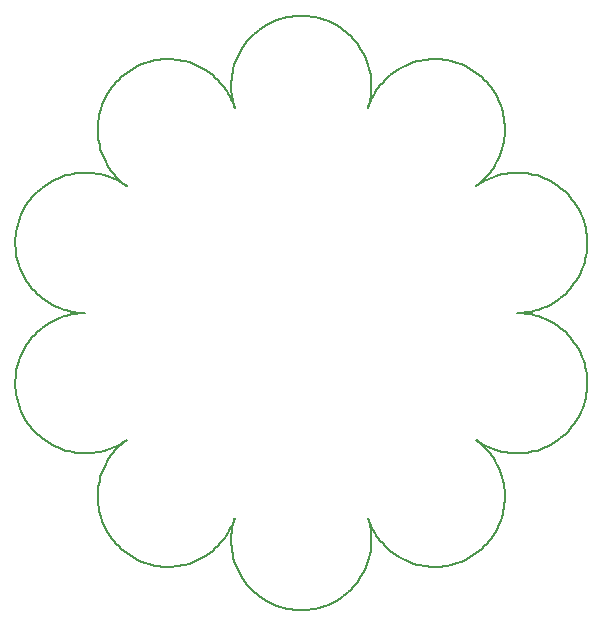
<source format=gbr>
%TF.GenerationSoftware,KiCad,Pcbnew,9.0.6*%
%TF.CreationDate,2026-01-03T20:51:41-08:00*%
%TF.ProjectId,Chaser,43686173-6572-42e6-9b69-6361645f7063,rev?*%
%TF.SameCoordinates,Original*%
%TF.FileFunction,Profile,NP*%
%FSLAX46Y46*%
G04 Gerber Fmt 4.6, Leading zero omitted, Abs format (unit mm)*
G04 Created by KiCad (PCBNEW 9.0.6) date 2026-01-03 20:51:41*
%MOMM*%
%LPD*%
G01*
G04 APERTURE LIST*
%TA.AperFunction,Profile*%
%ADD10C,0.158749*%
%TD*%
G04 APERTURE END LIST*
D10*
X214405415Y-27450146D02*
X214706845Y-27473098D01*
X215003913Y-27510894D01*
X215296245Y-27563160D01*
X215583466Y-27629521D01*
X215865204Y-27709602D01*
X216141082Y-27803030D01*
X216410726Y-27909430D01*
X216673763Y-28028428D01*
X216929818Y-28159650D01*
X217178517Y-28302721D01*
X217419485Y-28457266D01*
X217652347Y-28622912D01*
X217876730Y-28799284D01*
X218092259Y-28986008D01*
X218298559Y-29182710D01*
X218495257Y-29389014D01*
X218681978Y-29604547D01*
X218858348Y-29828935D01*
X219023991Y-30061803D01*
X219178535Y-30302777D01*
X219321604Y-30551482D01*
X219452824Y-30807544D01*
X219571821Y-31070589D01*
X219678221Y-31340243D01*
X219771648Y-31616130D01*
X219851729Y-31897878D01*
X219918090Y-32185110D01*
X219970355Y-32477454D01*
X220008151Y-32774535D01*
X220031103Y-33075978D01*
X220038837Y-33381409D01*
X220034527Y-33607588D01*
X220021625Y-33833174D01*
X220000169Y-34057930D01*
X219970198Y-34281621D01*
X219931751Y-34504009D01*
X219884869Y-34724858D01*
X219829588Y-34943932D01*
X219765950Y-35160995D01*
X219748166Y-35216558D01*
X219824679Y-34995953D01*
X219909713Y-34778763D01*
X220003141Y-34565230D01*
X220104837Y-34355598D01*
X220214674Y-34150110D01*
X220332525Y-33949012D01*
X220458264Y-33752545D01*
X220591765Y-33560955D01*
X220777541Y-33318411D01*
X220973286Y-33088038D01*
X221178476Y-32869919D01*
X221392590Y-32664137D01*
X221615102Y-32470775D01*
X221845492Y-32289915D01*
X222083235Y-32121640D01*
X222327810Y-31966034D01*
X222578692Y-31823178D01*
X222835359Y-31693156D01*
X223097289Y-31576051D01*
X223363958Y-31471944D01*
X223634843Y-31380920D01*
X223909421Y-31303060D01*
X224187170Y-31238448D01*
X224467566Y-31187167D01*
X224750086Y-31149298D01*
X225034209Y-31124925D01*
X225319410Y-31114131D01*
X225605166Y-31116999D01*
X225890956Y-31133611D01*
X226176255Y-31164050D01*
X226460542Y-31208399D01*
X226743292Y-31266740D01*
X227023984Y-31339157D01*
X227302093Y-31425732D01*
X227577098Y-31526548D01*
X227848475Y-31641688D01*
X228115702Y-31771234D01*
X228378255Y-31915270D01*
X228635611Y-32073878D01*
X228887248Y-32247141D01*
X229129792Y-32432918D01*
X229360165Y-32628662D01*
X229578284Y-32833853D01*
X229784065Y-33047966D01*
X229977427Y-33270479D01*
X230158287Y-33500869D01*
X230326561Y-33738612D01*
X230482167Y-33983186D01*
X230625023Y-34234069D01*
X230755044Y-34490736D01*
X230872150Y-34752666D01*
X230976256Y-35019334D01*
X231067280Y-35290220D01*
X231145140Y-35564798D01*
X231209752Y-35842547D01*
X231261033Y-36122943D01*
X231298902Y-36405463D01*
X231323274Y-36689586D01*
X231334068Y-36974787D01*
X231331201Y-37260543D01*
X231314589Y-37546333D01*
X231284150Y-37831632D01*
X231239801Y-38115918D01*
X231181460Y-38398669D01*
X231109043Y-38679360D01*
X231022469Y-38957469D01*
X230921653Y-39232474D01*
X230806513Y-39503851D01*
X230676967Y-39771077D01*
X230532932Y-40033630D01*
X230374324Y-40290986D01*
X230201062Y-40542622D01*
X230131492Y-40636441D01*
X230060138Y-40728811D01*
X229987024Y-40819708D01*
X229912173Y-40909108D01*
X229835610Y-40996987D01*
X229757358Y-41083322D01*
X229677442Y-41168088D01*
X229595885Y-41251261D01*
X229512712Y-41332818D01*
X229427946Y-41412734D01*
X229341612Y-41490985D01*
X229253733Y-41567548D01*
X229164333Y-41642399D01*
X229073436Y-41715513D01*
X228981067Y-41786867D01*
X228887248Y-41856436D01*
X228982416Y-41788726D01*
X229078831Y-41722943D01*
X229176462Y-41659102D01*
X229275280Y-41597220D01*
X229375256Y-41537310D01*
X229476358Y-41479388D01*
X229578559Y-41423470D01*
X229681828Y-41369569D01*
X229786134Y-41317702D01*
X229891449Y-41267884D01*
X229997742Y-41220129D01*
X230104985Y-41174453D01*
X230213146Y-41130870D01*
X230322197Y-41089397D01*
X230432107Y-41050047D01*
X230542847Y-41012837D01*
X230835699Y-40925818D01*
X231129463Y-40854504D01*
X231423666Y-40798656D01*
X231717837Y-40758032D01*
X232011504Y-40732393D01*
X232304195Y-40721498D01*
X232595439Y-40725107D01*
X232884764Y-40742978D01*
X233171697Y-40774873D01*
X233455768Y-40820550D01*
X233736504Y-40879769D01*
X234013434Y-40952290D01*
X234286086Y-41037872D01*
X234553987Y-41136275D01*
X234816667Y-41247259D01*
X235073654Y-41370582D01*
X235324476Y-41506006D01*
X235568660Y-41653288D01*
X235805736Y-41812190D01*
X236035231Y-41982470D01*
X236256674Y-42163889D01*
X236469592Y-42356205D01*
X236673515Y-42559178D01*
X236867971Y-42772569D01*
X237052486Y-42996136D01*
X237226591Y-43229639D01*
X237389813Y-43472838D01*
X237541680Y-43725493D01*
X237681721Y-43987362D01*
X237809463Y-44258207D01*
X237924435Y-44537785D01*
X238026166Y-44825858D01*
X238113199Y-45118723D01*
X238184526Y-45412500D01*
X238240387Y-45706715D01*
X238281023Y-46000898D01*
X238306672Y-46294575D01*
X238317577Y-46587276D01*
X238313978Y-46878529D01*
X238296114Y-47167862D01*
X238264227Y-47454803D01*
X238218556Y-47738881D01*
X238159342Y-48019624D01*
X238086825Y-48296559D01*
X238001246Y-48569216D01*
X237902846Y-48837123D01*
X237791864Y-49099807D01*
X237668541Y-49356798D01*
X237533117Y-49607623D01*
X237385833Y-49851810D01*
X237226929Y-50088888D01*
X237056646Y-50318386D01*
X236875223Y-50539831D01*
X236682902Y-50752751D01*
X236479922Y-50956676D01*
X236266525Y-51151132D01*
X236042950Y-51335649D01*
X235809438Y-51509755D01*
X235566229Y-51672977D01*
X235313563Y-51824845D01*
X235051682Y-51964886D01*
X234780825Y-52092629D01*
X234501232Y-52207601D01*
X234213145Y-52309332D01*
X233996745Y-52375122D01*
X233778236Y-52432566D01*
X233557859Y-52481623D01*
X233335856Y-52522254D01*
X233112468Y-52554416D01*
X232887939Y-52578068D01*
X232662508Y-52593171D01*
X232436418Y-52599683D01*
X232377998Y-52599998D01*
X232611487Y-52604590D01*
X232844338Y-52618337D01*
X233076284Y-52641196D01*
X233307061Y-52673124D01*
X233536402Y-52714079D01*
X233764040Y-52764016D01*
X233989710Y-52822894D01*
X234213145Y-52890669D01*
X234501232Y-52992400D01*
X234780825Y-53107372D01*
X235051682Y-53235115D01*
X235313563Y-53375155D01*
X235566229Y-53527023D01*
X235809438Y-53690245D01*
X236042950Y-53864351D01*
X236266525Y-54048868D01*
X236479922Y-54243324D01*
X236682902Y-54447248D01*
X236875223Y-54660169D01*
X237056646Y-54881614D01*
X237226929Y-55111111D01*
X237385833Y-55348190D01*
X237533117Y-55592377D01*
X237668541Y-55843203D01*
X237791864Y-56100193D01*
X237902846Y-56362878D01*
X238001246Y-56630785D01*
X238086825Y-56903442D01*
X238159342Y-57180378D01*
X238218556Y-57461121D01*
X238264227Y-57745199D01*
X238296114Y-58032141D01*
X238313978Y-58321474D01*
X238317577Y-58612727D01*
X238306672Y-58905429D01*
X238281023Y-59199107D01*
X238240387Y-59493289D01*
X238184526Y-59787505D01*
X238113199Y-60081282D01*
X238026166Y-60374149D01*
X237924435Y-60662220D01*
X237809463Y-60941798D01*
X237681721Y-61212642D01*
X237541680Y-61474511D01*
X237389813Y-61727165D01*
X237226591Y-61970364D01*
X237052486Y-62203866D01*
X236867971Y-62427433D01*
X236673515Y-62640823D01*
X236469592Y-62843796D01*
X236256674Y-63036112D01*
X236035231Y-63217530D01*
X235805736Y-63387810D01*
X235568660Y-63546712D01*
X235324476Y-63693994D01*
X235073654Y-63829417D01*
X234816667Y-63952741D01*
X234553987Y-64063724D01*
X234286086Y-64162127D01*
X234013434Y-64247709D01*
X233736504Y-64320230D01*
X233455768Y-64379449D01*
X233171697Y-64425125D01*
X232884764Y-64457020D01*
X232595439Y-64474892D01*
X232304195Y-64478500D01*
X232011504Y-64467605D01*
X231717837Y-64441965D01*
X231423666Y-64401341D01*
X231129463Y-64345493D01*
X230835699Y-64274179D01*
X230542847Y-64187160D01*
X230329054Y-64113129D01*
X230118473Y-64031124D01*
X229911322Y-63941254D01*
X229707822Y-63843627D01*
X229508191Y-63738350D01*
X229312649Y-63625530D01*
X229121415Y-63505276D01*
X228934709Y-63377696D01*
X228887248Y-63343565D01*
X228981067Y-63413135D01*
X229073436Y-63484489D01*
X229164333Y-63557603D01*
X229253733Y-63632454D01*
X229341612Y-63709017D01*
X229427946Y-63787268D01*
X229512712Y-63867184D01*
X229595885Y-63948740D01*
X229677442Y-64031913D01*
X229757358Y-64116679D01*
X229835610Y-64203014D01*
X229912173Y-64290893D01*
X229987024Y-64380293D01*
X230060138Y-64471190D01*
X230131492Y-64563560D01*
X230201062Y-64657379D01*
X230374324Y-64909016D01*
X230532932Y-65166372D01*
X230676967Y-65428925D01*
X230806513Y-65696151D01*
X230921653Y-65967528D01*
X231022469Y-66242532D01*
X231109043Y-66520642D01*
X231181460Y-66801333D01*
X231239801Y-67084084D01*
X231284150Y-67368370D01*
X231314589Y-67653669D01*
X231331201Y-67939459D01*
X231334068Y-68225216D01*
X231323274Y-68510417D01*
X231298902Y-68794539D01*
X231261033Y-69077060D01*
X231209752Y-69357456D01*
X231145140Y-69635205D01*
X231067280Y-69909783D01*
X230976256Y-70180668D01*
X230872150Y-70447337D01*
X230755044Y-70709267D01*
X230625023Y-70965934D01*
X230482167Y-71216817D01*
X230326561Y-71461391D01*
X230158287Y-71699135D01*
X229977427Y-71929525D01*
X229784065Y-72152038D01*
X229578284Y-72366151D01*
X229360165Y-72571341D01*
X229129792Y-72767086D01*
X228887248Y-72952862D01*
X228635611Y-73126125D01*
X228378255Y-73284732D01*
X228115702Y-73428768D01*
X227848475Y-73558314D01*
X227577098Y-73673453D01*
X227302093Y-73774269D01*
X227023984Y-73860844D01*
X226743292Y-73933260D01*
X226460542Y-73991602D01*
X226176255Y-74035950D01*
X225890956Y-74066389D01*
X225605166Y-74083001D01*
X225319410Y-74085868D01*
X225034209Y-74075074D01*
X224750086Y-74050702D01*
X224467566Y-74012833D01*
X224187170Y-73961551D01*
X223909421Y-73896939D01*
X223634843Y-73819080D01*
X223363958Y-73728055D01*
X223097289Y-73623949D01*
X222835359Y-73506844D01*
X222578692Y-73376822D01*
X222327810Y-73233966D01*
X222083235Y-73078359D01*
X221845492Y-72910085D01*
X221615102Y-72729225D01*
X221392590Y-72535863D01*
X221178476Y-72330081D01*
X220973286Y-72111962D01*
X220777541Y-71881589D01*
X220591765Y-71639044D01*
X220526137Y-71546861D01*
X220462318Y-71453508D01*
X220400320Y-71359010D01*
X220340157Y-71263396D01*
X220281846Y-71166693D01*
X220225398Y-71068927D01*
X220170829Y-70970127D01*
X220118153Y-70870319D01*
X220067383Y-70769531D01*
X220018535Y-70667790D01*
X219971622Y-70565122D01*
X219926658Y-70461556D01*
X219883658Y-70357118D01*
X219842636Y-70251837D01*
X219803606Y-70145738D01*
X219766582Y-70038849D01*
X219748166Y-69983446D01*
X219815942Y-70206886D01*
X219874821Y-70432571D01*
X219924758Y-70660228D01*
X219965712Y-70889587D01*
X219997640Y-71120374D01*
X220020498Y-71352319D01*
X220034245Y-71585149D01*
X220038837Y-71818593D01*
X220031103Y-72124024D01*
X220008151Y-72425466D01*
X219970355Y-72722547D01*
X219918090Y-73014890D01*
X219851729Y-73302123D01*
X219771648Y-73583870D01*
X219678221Y-73859757D01*
X219571821Y-74129411D01*
X219452824Y-74392456D01*
X219321604Y-74648518D01*
X219178535Y-74897223D01*
X219023991Y-75138197D01*
X218858348Y-75371064D01*
X218681978Y-75595452D01*
X218495257Y-75810985D01*
X218298559Y-76017290D01*
X218092259Y-76213991D01*
X217876730Y-76400715D01*
X217652347Y-76577087D01*
X217419485Y-76742733D01*
X217178517Y-76897279D01*
X216929818Y-77040349D01*
X216673763Y-77171571D01*
X216410726Y-77290569D01*
X216141082Y-77396969D01*
X215865204Y-77490397D01*
X215583466Y-77570479D01*
X215296245Y-77636839D01*
X215003913Y-77689105D01*
X214706845Y-77726901D01*
X214405415Y-77749853D01*
X214099998Y-77757587D01*
X213794582Y-77749853D01*
X213493152Y-77726901D01*
X213196084Y-77689105D01*
X212903752Y-77636839D01*
X212616531Y-77570479D01*
X212334794Y-77490397D01*
X212058916Y-77396969D01*
X211789271Y-77290569D01*
X211526234Y-77171571D01*
X211270179Y-77040349D01*
X211021481Y-76897279D01*
X210780514Y-76742733D01*
X210547652Y-76577087D01*
X210323269Y-76400715D01*
X210107740Y-76213991D01*
X209901440Y-76017290D01*
X209704742Y-75810985D01*
X209518021Y-75595452D01*
X209341652Y-75371064D01*
X209176009Y-75138197D01*
X209021465Y-74897223D01*
X208878396Y-74648518D01*
X208747176Y-74392456D01*
X208628179Y-74129411D01*
X208521780Y-73859757D01*
X208428353Y-73583870D01*
X208348272Y-73302123D01*
X208281912Y-73014890D01*
X208229646Y-72722547D01*
X208191851Y-72425466D01*
X208168899Y-72124024D01*
X208161165Y-71818593D01*
X208165474Y-71592414D01*
X208178377Y-71366828D01*
X208199833Y-71142072D01*
X208229804Y-70918382D01*
X208268250Y-70695994D01*
X208315133Y-70475145D01*
X208370413Y-70256069D01*
X208434051Y-70039004D01*
X208451831Y-69983446D01*
X208375319Y-70204048D01*
X208290286Y-70421238D01*
X208196859Y-70634771D01*
X208095164Y-70844403D01*
X207985328Y-71049890D01*
X207867477Y-71250989D01*
X207741737Y-71447455D01*
X207608237Y-71639044D01*
X207422460Y-71881589D01*
X207226715Y-72111962D01*
X207021525Y-72330081D01*
X206807412Y-72535863D01*
X206584899Y-72729225D01*
X206354509Y-72910085D01*
X206116766Y-73078359D01*
X205872191Y-73233966D01*
X205621309Y-73376822D01*
X205364642Y-73506844D01*
X205102712Y-73623949D01*
X204836043Y-73728055D01*
X204565159Y-73819080D01*
X204290580Y-73896939D01*
X204012832Y-73961551D01*
X203732435Y-74012833D01*
X203449915Y-74050702D01*
X203165793Y-74075074D01*
X202880592Y-74085868D01*
X202594835Y-74083001D01*
X202309046Y-74066389D01*
X202023747Y-74035950D01*
X201739460Y-73991602D01*
X201456710Y-73933260D01*
X201176019Y-73860844D01*
X200897910Y-73774269D01*
X200622905Y-73673453D01*
X200351529Y-73558314D01*
X200084303Y-73428768D01*
X199821750Y-73284732D01*
X199564394Y-73126125D01*
X199312758Y-72952862D01*
X199070213Y-72767086D01*
X198839840Y-72571341D01*
X198621721Y-72366151D01*
X198415938Y-72152038D01*
X198222576Y-71929525D01*
X198041716Y-71699135D01*
X197873441Y-71461391D01*
X197717835Y-71216817D01*
X197574979Y-70965934D01*
X197444957Y-70709267D01*
X197327851Y-70447337D01*
X197223745Y-70180668D01*
X197132721Y-69909783D01*
X197054861Y-69635205D01*
X196990249Y-69357456D01*
X196938967Y-69077060D01*
X196901099Y-68794539D01*
X196876726Y-68510417D01*
X196865932Y-68225216D01*
X196868800Y-67939459D01*
X196885412Y-67653669D01*
X196915851Y-67368370D01*
X196960200Y-67084084D01*
X197018541Y-66801333D01*
X197090958Y-66520642D01*
X197177533Y-66242532D01*
X197278349Y-65967528D01*
X197393489Y-65696151D01*
X197523035Y-65428925D01*
X197667071Y-65166372D01*
X197825679Y-64909016D01*
X197998942Y-64657379D01*
X198066313Y-64566492D01*
X198135358Y-64476961D01*
X198206058Y-64388810D01*
X198278389Y-64302060D01*
X198352330Y-64216731D01*
X198427859Y-64132847D01*
X198504956Y-64050428D01*
X198583598Y-63969496D01*
X198663763Y-63890073D01*
X198745431Y-63812180D01*
X198828578Y-63735839D01*
X198913185Y-63661072D01*
X198999229Y-63587900D01*
X199086688Y-63516345D01*
X199175541Y-63446429D01*
X199265766Y-63378172D01*
X199312758Y-63343565D01*
X199217589Y-63411276D01*
X199121173Y-63477060D01*
X199023541Y-63540900D01*
X198924722Y-63602783D01*
X198824746Y-63662692D01*
X198723642Y-63720614D01*
X198621441Y-63776532D01*
X198518173Y-63830432D01*
X198413866Y-63882299D01*
X198308550Y-63932117D01*
X198202257Y-63979872D01*
X198095014Y-64025547D01*
X197986853Y-64069129D01*
X197877802Y-64110602D01*
X197767892Y-64149950D01*
X197657152Y-64187160D01*
X197364301Y-64274179D01*
X197070537Y-64345493D01*
X196776335Y-64401341D01*
X196482164Y-64441965D01*
X196188497Y-64467605D01*
X195895806Y-64478500D01*
X195604562Y-64474892D01*
X195315238Y-64457020D01*
X195028305Y-64425125D01*
X194744234Y-64379449D01*
X194463498Y-64320230D01*
X194186569Y-64247709D01*
X193913917Y-64162127D01*
X193646015Y-64063724D01*
X193383335Y-63952741D01*
X193126349Y-63829417D01*
X192875527Y-63693994D01*
X192631343Y-63546712D01*
X192394267Y-63387810D01*
X192164772Y-63217530D01*
X191943329Y-63036112D01*
X191730410Y-62843796D01*
X191526487Y-62640823D01*
X191332032Y-62427433D01*
X191147516Y-62203866D01*
X190973411Y-61970364D01*
X190810189Y-61727165D01*
X190658322Y-61474511D01*
X190518281Y-61212642D01*
X190390539Y-60941798D01*
X190275566Y-60662220D01*
X190173836Y-60374149D01*
X190086802Y-60081282D01*
X190015475Y-59787505D01*
X189959614Y-59493289D01*
X189918978Y-59199107D01*
X189893328Y-58905429D01*
X189882423Y-58612727D01*
X189886023Y-58321474D01*
X189903887Y-58032141D01*
X189935774Y-57745199D01*
X189981445Y-57461121D01*
X190040659Y-57180378D01*
X190113176Y-56903442D01*
X190198754Y-56630785D01*
X190297155Y-56362878D01*
X190408137Y-56100193D01*
X190531460Y-55843203D01*
X190666884Y-55592377D01*
X190814168Y-55348190D01*
X190973072Y-55111111D01*
X191143355Y-54881614D01*
X191324778Y-54660169D01*
X191517099Y-54447248D01*
X191720078Y-54243324D01*
X191933475Y-54048868D01*
X192157050Y-53864351D01*
X192390562Y-53690245D01*
X192633771Y-53527023D01*
X192886436Y-53375155D01*
X193148317Y-53235115D01*
X193419173Y-53107372D01*
X193698765Y-52992400D01*
X193986851Y-52890669D01*
X194203253Y-52824880D01*
X194421763Y-52767436D01*
X194642141Y-52718378D01*
X194864145Y-52677748D01*
X195087533Y-52645586D01*
X195312062Y-52621933D01*
X195537492Y-52606830D01*
X195763581Y-52600319D01*
X195822003Y-52599998D01*
X195588513Y-52595407D01*
X195355662Y-52581660D01*
X195123714Y-52558802D01*
X194892937Y-52526875D01*
X194663596Y-52485921D01*
X194435958Y-52435984D01*
X194210287Y-52377107D01*
X193986851Y-52309332D01*
X193698765Y-52207601D01*
X193419173Y-52092629D01*
X193148317Y-51964886D01*
X192886436Y-51824845D01*
X192633771Y-51672977D01*
X192390562Y-51509755D01*
X192157050Y-51335649D01*
X191933475Y-51151132D01*
X191720078Y-50956676D01*
X191517099Y-50752751D01*
X191324778Y-50539831D01*
X191143355Y-50318386D01*
X190973072Y-50088888D01*
X190814168Y-49851810D01*
X190666884Y-49607623D01*
X190531460Y-49356798D01*
X190408137Y-49099807D01*
X190297155Y-48837123D01*
X190198754Y-48569216D01*
X190113176Y-48296559D01*
X190040659Y-48019624D01*
X189981445Y-47738881D01*
X189935774Y-47454803D01*
X189903887Y-47167862D01*
X189886023Y-46878529D01*
X189882423Y-46587276D01*
X189893328Y-46294575D01*
X189918978Y-46000898D01*
X189959614Y-45706715D01*
X190015475Y-45412500D01*
X190086802Y-45118723D01*
X190173836Y-44825858D01*
X190275566Y-44537785D01*
X190390539Y-44258207D01*
X190518281Y-43987362D01*
X190658322Y-43725493D01*
X190810189Y-43472838D01*
X190973411Y-43229639D01*
X191147516Y-42996136D01*
X191332032Y-42772569D01*
X191526487Y-42559178D01*
X191730410Y-42356205D01*
X191943329Y-42163889D01*
X192164772Y-41982470D01*
X192394267Y-41812190D01*
X192631343Y-41653288D01*
X192875527Y-41506006D01*
X193126349Y-41370582D01*
X193383335Y-41247259D01*
X193646015Y-41136275D01*
X193913917Y-41037872D01*
X194186569Y-40952290D01*
X194463498Y-40879769D01*
X194744234Y-40820550D01*
X195028305Y-40774873D01*
X195315238Y-40742978D01*
X195604562Y-40725107D01*
X195895806Y-40721498D01*
X196188497Y-40732393D01*
X196482164Y-40758032D01*
X196776335Y-40798656D01*
X197070537Y-40854504D01*
X197364301Y-40925818D01*
X197657152Y-41012837D01*
X197870945Y-41086869D01*
X198081526Y-41168875D01*
X198288676Y-41258745D01*
X198492177Y-41356374D01*
X198691808Y-41461651D01*
X198887350Y-41574471D01*
X199078584Y-41694724D01*
X199265290Y-41822303D01*
X199312758Y-41856436D01*
X199218938Y-41786867D01*
X199126568Y-41715513D01*
X199035670Y-41642399D01*
X198946270Y-41567548D01*
X198858390Y-41490985D01*
X198772055Y-41412734D01*
X198687289Y-41332818D01*
X198604116Y-41251261D01*
X198522560Y-41168088D01*
X198442644Y-41083322D01*
X198364392Y-40996987D01*
X198287829Y-40909108D01*
X198212979Y-40819708D01*
X198139865Y-40728811D01*
X198068511Y-40636441D01*
X197998942Y-40542622D01*
X197825679Y-40290986D01*
X197667071Y-40033630D01*
X197523035Y-39771077D01*
X197393489Y-39503851D01*
X197278349Y-39232474D01*
X197177533Y-38957469D01*
X197090958Y-38679360D01*
X197018541Y-38398669D01*
X196960200Y-38115918D01*
X196915851Y-37831632D01*
X196885412Y-37546333D01*
X196868800Y-37260543D01*
X196865932Y-36974787D01*
X196876726Y-36689586D01*
X196901099Y-36405463D01*
X196938967Y-36122943D01*
X196990249Y-35842547D01*
X197054861Y-35564798D01*
X197132721Y-35290220D01*
X197223745Y-35019334D01*
X197327851Y-34752666D01*
X197444957Y-34490736D01*
X197574979Y-34234069D01*
X197717835Y-33983186D01*
X197873441Y-33738612D01*
X198041716Y-33500869D01*
X198222576Y-33270479D01*
X198415938Y-33047966D01*
X198621721Y-32833853D01*
X198839840Y-32628662D01*
X199070213Y-32432918D01*
X199312758Y-32247141D01*
X199564394Y-32073878D01*
X199821750Y-31915270D01*
X200084303Y-31771234D01*
X200351529Y-31641688D01*
X200622905Y-31526548D01*
X200897910Y-31425732D01*
X201176019Y-31339157D01*
X201456710Y-31266740D01*
X201739460Y-31208399D01*
X202023747Y-31164050D01*
X202309046Y-31133611D01*
X202594835Y-31116999D01*
X202880592Y-31114131D01*
X203165793Y-31124925D01*
X203449915Y-31149298D01*
X203732435Y-31187167D01*
X204012832Y-31238448D01*
X204290580Y-31303060D01*
X204565159Y-31380920D01*
X204836043Y-31471944D01*
X205102712Y-31576051D01*
X205364642Y-31693156D01*
X205621309Y-31823178D01*
X205872191Y-31966034D01*
X206116766Y-32121640D01*
X206354509Y-32289915D01*
X206584899Y-32470775D01*
X206807412Y-32664137D01*
X207021525Y-32869919D01*
X207226715Y-33088038D01*
X207422460Y-33318411D01*
X207608237Y-33560955D01*
X207673864Y-33653138D01*
X207737684Y-33746492D01*
X207799682Y-33840990D01*
X207859844Y-33936604D01*
X207918156Y-34033307D01*
X207974603Y-34131073D01*
X208029172Y-34229873D01*
X208081849Y-34329681D01*
X208132618Y-34430470D01*
X208181466Y-34532211D01*
X208228380Y-34634879D01*
X208273343Y-34738445D01*
X208316343Y-34842883D01*
X208357365Y-34948166D01*
X208396396Y-35054265D01*
X208433420Y-35161155D01*
X208451831Y-35216558D01*
X208384056Y-34993115D01*
X208325179Y-34767430D01*
X208275242Y-34539772D01*
X208234289Y-34310413D01*
X208202361Y-34079626D01*
X208179503Y-33847682D01*
X208165756Y-33614852D01*
X208161165Y-33381409D01*
X208168899Y-33075978D01*
X208191851Y-32774535D01*
X208229646Y-32477454D01*
X208281912Y-32185110D01*
X208348272Y-31897878D01*
X208428353Y-31616130D01*
X208521780Y-31340243D01*
X208628179Y-31070589D01*
X208747176Y-30807544D01*
X208878396Y-30551482D01*
X209021465Y-30302777D01*
X209176009Y-30061803D01*
X209341652Y-29828935D01*
X209518021Y-29604547D01*
X209704742Y-29389014D01*
X209901440Y-29182710D01*
X210107740Y-28986008D01*
X210323269Y-28799284D01*
X210547652Y-28622912D01*
X210780514Y-28457266D01*
X211021481Y-28302721D01*
X211270179Y-28159650D01*
X211526234Y-28028428D01*
X211789271Y-27909430D01*
X212058916Y-27803030D01*
X212334794Y-27709602D01*
X212616531Y-27629521D01*
X212903752Y-27563160D01*
X213196084Y-27510894D01*
X213493152Y-27473098D01*
X213794582Y-27450146D01*
X214099998Y-27442413D01*
X214405415Y-27450146D01*
M02*

</source>
